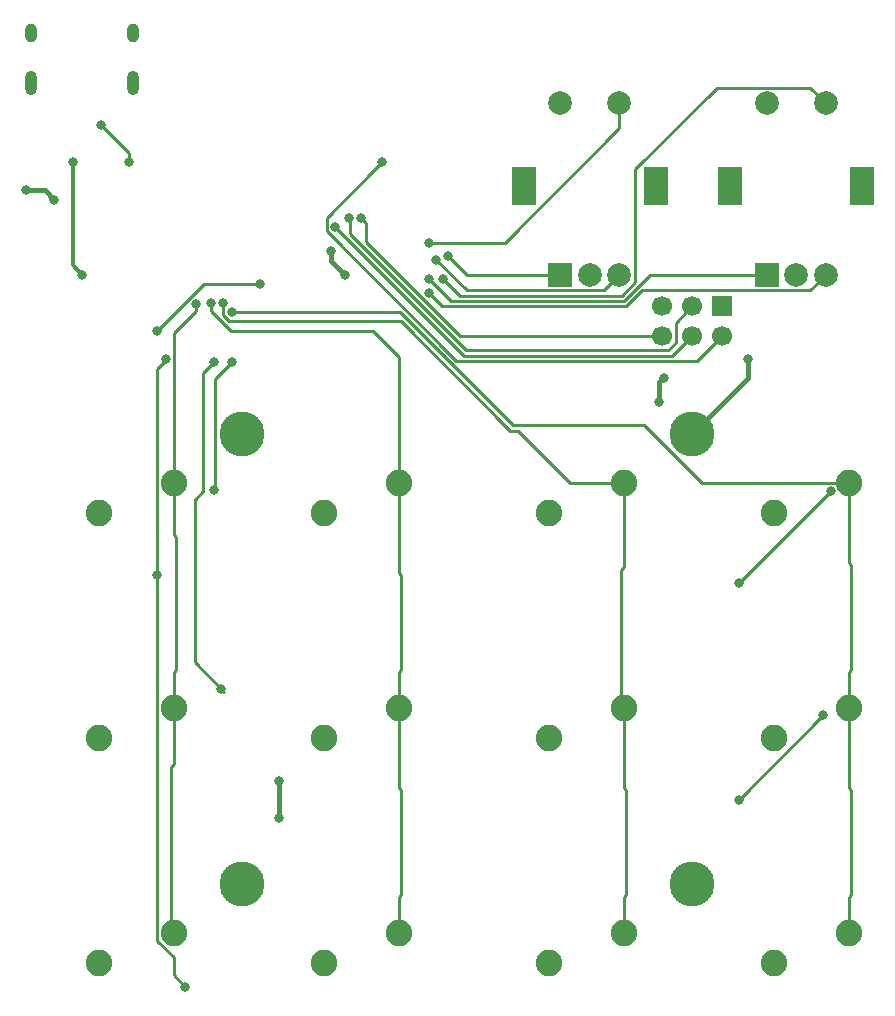
<source format=gbr>
%TF.GenerationSoftware,KiCad,Pcbnew,(5.1.4)-1*%
%TF.CreationDate,2024-03-23T01:04:33-07:00*%
%TF.ProjectId,macropad,6d616372-6f70-4616-942e-6b696361645f,rev?*%
%TF.SameCoordinates,Original*%
%TF.FileFunction,Copper,L1,Top*%
%TF.FilePolarity,Positive*%
%FSLAX46Y46*%
G04 Gerber Fmt 4.6, Leading zero omitted, Abs format (unit mm)*
G04 Created by KiCad (PCBNEW (5.1.4)-1) date 2024-03-23 01:04:33*
%MOMM*%
%LPD*%
G04 APERTURE LIST*
%TA.AperFunction,ComponentPad*%
%ADD10C,2.250000*%
%TD*%
%TA.AperFunction,ComponentPad*%
%ADD11C,3.800000*%
%TD*%
%TA.AperFunction,ComponentPad*%
%ADD12O,1.000000X2.100000*%
%TD*%
%TA.AperFunction,ComponentPad*%
%ADD13O,1.000000X1.600000*%
%TD*%
%TA.AperFunction,ComponentPad*%
%ADD14R,2.000000X2.000000*%
%TD*%
%TA.AperFunction,ComponentPad*%
%ADD15C,2.000000*%
%TD*%
%TA.AperFunction,ComponentPad*%
%ADD16R,2.000000X3.200000*%
%TD*%
%TA.AperFunction,ComponentPad*%
%ADD17R,1.700000X1.700000*%
%TD*%
%TA.AperFunction,ComponentPad*%
%ADD18C,1.700000*%
%TD*%
%TA.AperFunction,ViaPad*%
%ADD19C,0.800000*%
%TD*%
%TA.AperFunction,Conductor*%
%ADD20C,0.350000*%
%TD*%
%TA.AperFunction,Conductor*%
%ADD21C,0.385000*%
%TD*%
%TA.AperFunction,Conductor*%
%ADD22C,0.250000*%
%TD*%
G04 APERTURE END LIST*
D10*
%TO.P,MX4,2*%
%TO.N,Net-(D17-Pad2)*%
X124460000Y-97155000D03*
%TO.P,MX4,1*%
%TO.N,Col4*%
X130810000Y-94615000D03*
%TD*%
%TO.P,MX2,2*%
%TO.N,Net-(D15-Pad2)*%
X86360000Y-97155000D03*
%TO.P,MX2,1*%
%TO.N,Col2*%
X92710000Y-94615000D03*
%TD*%
D11*
%TO.P,H4,1*%
%TO.N,GND*%
X79375000Y-128587500D03*
%TD*%
%TO.P,H3,1*%
%TO.N,GND*%
X117475000Y-128587500D03*
%TD*%
%TO.P,H2,1*%
%TO.N,GND*%
X79375000Y-90487500D03*
%TD*%
%TO.P,H1,1*%
%TO.N,GND*%
X117475000Y-90487500D03*
%TD*%
D12*
%TO.P,USB1,13*%
%TO.N,GND*%
X61561250Y-60755000D03*
X70201250Y-60755000D03*
D13*
X61561250Y-56575000D03*
X70201250Y-56575000D03*
%TD*%
D14*
%TO.P,SW3,A*%
%TO.N,Net-(SW3-PadA)*%
X106362500Y-76993750D03*
D15*
%TO.P,SW3,C*%
%TO.N,GND*%
X108862500Y-76993750D03*
%TO.P,SW3,B*%
%TO.N,Net-(SW3-PadB)*%
X111362500Y-76993750D03*
D16*
%TO.P,SW3,MP*%
%TO.N,N/C*%
X103262500Y-69493750D03*
X114462500Y-69493750D03*
D15*
%TO.P,SW3,S2*%
%TO.N,GND*%
X106362500Y-62493750D03*
%TO.P,SW3,S1*%
%TO.N,Net-(SW3-PadS1)*%
X111362500Y-62493750D03*
%TD*%
D14*
%TO.P,SW2,A*%
%TO.N,Net-(SW2-PadA)*%
X123825000Y-76993750D03*
D15*
%TO.P,SW2,C*%
%TO.N,GND*%
X126325000Y-76993750D03*
%TO.P,SW2,B*%
%TO.N,Net-(SW2-PadB)*%
X128825000Y-76993750D03*
D16*
%TO.P,SW2,MP*%
%TO.N,N/C*%
X120725000Y-69493750D03*
X131925000Y-69493750D03*
D15*
%TO.P,SW2,S2*%
%TO.N,GND*%
X123825000Y-62493750D03*
%TO.P,SW2,S1*%
%TO.N,Net-(SW2-PadS1)*%
X128825000Y-62493750D03*
%TD*%
D10*
%TO.P,MX12,2*%
%TO.N,Net-(D25-Pad2)*%
X124460000Y-135255000D03*
%TO.P,MX12,1*%
%TO.N,Col4*%
X130810000Y-132715000D03*
%TD*%
%TO.P,MX11,2*%
%TO.N,Net-(D24-Pad2)*%
X105410000Y-135255000D03*
%TO.P,MX11,1*%
%TO.N,Col3*%
X111760000Y-132715000D03*
%TD*%
%TO.P,MX10,2*%
%TO.N,Net-(D23-Pad2)*%
X86360000Y-135255000D03*
%TO.P,MX10,1*%
%TO.N,Col2*%
X92710000Y-132715000D03*
%TD*%
%TO.P,MX9,2*%
%TO.N,Net-(D22-Pad2)*%
X67310000Y-135255000D03*
%TO.P,MX9,1*%
%TO.N,Col1*%
X73660000Y-132715000D03*
%TD*%
%TO.P,MX8,2*%
%TO.N,Net-(D21-Pad2)*%
X124460000Y-116205000D03*
%TO.P,MX8,1*%
%TO.N,Col4*%
X130810000Y-113665000D03*
%TD*%
%TO.P,MX7,2*%
%TO.N,Net-(D20-Pad2)*%
X105410000Y-116205000D03*
%TO.P,MX7,1*%
%TO.N,Col3*%
X111760000Y-113665000D03*
%TD*%
%TO.P,MX6,2*%
%TO.N,Net-(D19-Pad2)*%
X86360000Y-116205000D03*
%TO.P,MX6,1*%
%TO.N,Col2*%
X92710000Y-113665000D03*
%TD*%
%TO.P,MX5,2*%
%TO.N,Net-(D18-Pad2)*%
X67310000Y-116205000D03*
%TO.P,MX5,1*%
%TO.N,Col1*%
X73660000Y-113665000D03*
%TD*%
%TO.P,MX3,2*%
%TO.N,Net-(D16-Pad2)*%
X105410000Y-97155000D03*
%TO.P,MX3,1*%
%TO.N,Col3*%
X111760000Y-94615000D03*
%TD*%
%TO.P,MX1,2*%
%TO.N,Net-(D14-Pad2)*%
X67310000Y-97155000D03*
%TO.P,MX1,1*%
%TO.N,Col1*%
X73660000Y-94615000D03*
%TD*%
D17*
%TO.P,J1,6*%
%TO.N,GND*%
X120015000Y-79692500D03*
D18*
%TO.P,J1,5*%
%TO.N,RESET*%
X120015000Y-82232500D03*
%TO.P,J1,4*%
%TO.N,MOSI*%
X117475000Y-79692500D03*
%TO.P,J1,3*%
%TO.N,SCK*%
X117475000Y-82232500D03*
%TO.P,J1,2*%
%TO.N,+5V*%
X114935000Y-79692500D03*
%TO.P,J1,1*%
%TO.N,MISO*%
X114935000Y-82232500D03*
%TD*%
D19*
%TO.N,VCC*%
X65881250Y-76993750D03*
X65087500Y-67468750D03*
%TO.N,GND*%
X122237500Y-84137500D03*
X82570285Y-123010965D03*
X82550000Y-119856250D03*
X86929999Y-75023749D03*
X88106250Y-76993750D03*
X61118750Y-69850000D03*
X63500000Y-70643750D03*
%TO.N,+5V*%
X114732501Y-87745001D03*
X115093750Y-85725000D03*
%TO.N,Net-(R2-Pad2)*%
X67468750Y-64293750D03*
X69850000Y-67468750D03*
%TO.N,Net-(D5-Pad2)*%
X129239369Y-95339000D03*
X121512499Y-103118751D03*
%TO.N,Net-(D10-Pad4)*%
X128587500Y-114300000D03*
X121443750Y-121443750D03*
%TO.N,Row3*%
X78581250Y-84437510D03*
X76993750Y-95250000D03*
%TO.N,Row2*%
X76993750Y-84437510D03*
X77643626Y-112062624D03*
%TO.N,Row1*%
X72231250Y-102393750D03*
X72936000Y-84116703D03*
X74612500Y-137318750D03*
%TO.N,RESET*%
X91281250Y-67468750D03*
%TO.N,MOSI*%
X88450000Y-72231250D03*
%TO.N,SCK*%
X87312500Y-72989572D03*
%TO.N,MISO*%
X89450003Y-72231250D03*
%TO.N,Col1*%
X75522028Y-79490778D03*
%TO.N,Col2*%
X76787497Y-79375000D03*
%TO.N,Col3*%
X77787500Y-79375000D03*
%TO.N,Col4*%
X78581250Y-80168750D03*
%TO.N,LED*%
X80962500Y-77787500D03*
X72231250Y-81756250D03*
%TO.N,Net-(SW2-PadA)*%
X95250000Y-77356250D03*
%TO.N,Net-(SW2-PadB)*%
X95250000Y-78581250D03*
%TO.N,Net-(SW2-PadS1)*%
X96456095Y-77375155D03*
%TO.N,Net-(SW3-PadA)*%
X96837500Y-75406250D03*
%TO.N,Net-(SW3-PadB)*%
X95837497Y-75731251D03*
%TO.N,Net-(SW3-PadS1)*%
X95250000Y-74281251D03*
%TD*%
D20*
%TO.N,VCC*%
X65881250Y-76993750D02*
X65087500Y-76200000D01*
X65087500Y-76200000D02*
X65087500Y-67468750D01*
D21*
%TO.N,GND*%
X122237500Y-85725000D02*
X117475000Y-90487500D01*
X122237500Y-84137500D02*
X122237500Y-85725000D01*
X82570285Y-123010965D02*
X82570285Y-119876535D01*
X82570285Y-119876535D02*
X82550000Y-119856250D01*
X86929999Y-75023749D02*
X86929999Y-75817499D01*
X86929999Y-75817499D02*
X88106250Y-76993750D01*
X61118750Y-69850000D02*
X62706250Y-69850000D01*
X62706250Y-69850000D02*
X63500000Y-70643750D01*
%TO.N,+5V*%
X114732501Y-87745001D02*
X114732501Y-86086249D01*
X114732501Y-86086249D02*
X115093750Y-85725000D01*
D22*
%TO.N,Net-(R2-Pad2)*%
X67468750Y-64293750D02*
X69850000Y-66675000D01*
X69850000Y-66675000D02*
X69850000Y-67468750D01*
%TO.N,Net-(D5-Pad2)*%
X129239369Y-95339000D02*
X121512499Y-103065870D01*
X121512499Y-103065870D02*
X121512499Y-103118751D01*
%TO.N,Net-(D10-Pad4)*%
X128587500Y-114300000D02*
X121443750Y-121443750D01*
%TO.N,Row3*%
X77149999Y-85868761D02*
X77149999Y-95296247D01*
X78581250Y-84437510D02*
X77149999Y-85868761D01*
%TO.N,Net-(D15-Pad2)*%
X86740000Y-96775000D02*
X86360000Y-97155000D01*
%TO.N,Net-(D16-Pad2)*%
X105790000Y-96775000D02*
X105410000Y-97155000D01*
%TO.N,Net-(D17-Pad2)*%
X124840000Y-96775000D02*
X124460000Y-97155000D01*
%TO.N,Row2*%
X76130001Y-95319999D02*
X75406250Y-96043750D01*
X76993750Y-84437510D02*
X76130001Y-85301259D01*
X76130001Y-85301259D02*
X76130001Y-95319999D01*
X75406250Y-98425000D02*
X75406250Y-109825248D01*
X75406250Y-96043750D02*
X75406250Y-98425000D01*
X77643626Y-112062624D02*
X77918751Y-112337749D01*
X75406250Y-109825248D02*
X77643626Y-112062624D01*
%TO.N,Net-(D19-Pad2)*%
X86740000Y-115825000D02*
X86360000Y-116205000D01*
%TO.N,Net-(D20-Pad2)*%
X105790000Y-115825000D02*
X105410000Y-116205000D01*
%TO.N,Net-(D21-Pad2)*%
X124840000Y-115825000D02*
X124460000Y-116205000D01*
%TO.N,Row1*%
X72209999Y-115458749D02*
X72231250Y-115480000D01*
X72209999Y-102980686D02*
X72209999Y-115458749D01*
X72231250Y-102393750D02*
X72231250Y-102959435D01*
X72231250Y-102959435D02*
X72209999Y-102980686D01*
X72210999Y-101807814D02*
X72210999Y-84951501D01*
X72231250Y-102393750D02*
X72231250Y-101828065D01*
X72231250Y-101828065D02*
X72210999Y-101807814D01*
X72210999Y-84951501D02*
X73025000Y-84137500D01*
X73606468Y-134805990D02*
X72209999Y-133409521D01*
X72209999Y-133409521D02*
X72209999Y-115458749D01*
X73606468Y-134805990D02*
X73606468Y-136312718D01*
X73606468Y-136312718D02*
X74612500Y-137318750D01*
%TO.N,Net-(D23-Pad2)*%
X86740000Y-134875000D02*
X86360000Y-135255000D01*
%TO.N,Net-(D25-Pad2)*%
X124777500Y-134937500D02*
X124460000Y-135255000D01*
%TO.N,RESET*%
X86587499Y-72162501D02*
X90487500Y-68262500D01*
X86587499Y-73337573D02*
X86587499Y-72162501D01*
X97557445Y-84307519D02*
X86587499Y-73337573D01*
X120015000Y-82232500D02*
X117939981Y-84307519D01*
X117939981Y-84307519D02*
X97557445Y-84307519D01*
X90487500Y-68262500D02*
X91281250Y-67468750D01*
%TO.N,MOSI*%
X116110001Y-81057499D02*
X116110001Y-82796501D01*
X117475000Y-79692500D02*
X116110001Y-81057499D01*
X116110001Y-82796501D02*
X115499001Y-83407501D01*
X115499001Y-83407501D02*
X98366839Y-83407501D01*
X98366839Y-83407501D02*
X88512299Y-73552961D01*
X88512299Y-73552961D02*
X88512299Y-72293549D01*
X88512299Y-72293549D02*
X88450000Y-72231250D01*
%TO.N,SCK*%
X98180438Y-83857510D02*
X87312500Y-72989572D01*
X117475000Y-82232500D02*
X115849990Y-83857510D01*
X115849990Y-83857510D02*
X98180438Y-83857510D01*
%TO.N,MISO*%
X114935000Y-82232500D02*
X97828248Y-82232500D01*
X97828248Y-82232500D02*
X89861770Y-74266022D01*
X89861770Y-74266022D02*
X89861770Y-72643017D01*
X89861770Y-72643017D02*
X89450003Y-72231250D01*
%TO.N,Col1*%
X73418751Y-132473751D02*
X73660000Y-132715000D01*
X73418751Y-118668749D02*
X73418751Y-132473751D01*
X73660000Y-93024010D02*
X73660000Y-94615000D01*
X73660000Y-81918491D02*
X73660000Y-93024010D01*
X75522028Y-80056463D02*
X73660000Y-81918491D01*
X75522028Y-79490778D02*
X75522028Y-80056463D01*
X73660000Y-99060000D02*
X73660000Y-94615000D01*
X73818750Y-99218750D02*
X73660000Y-99060000D01*
X73818750Y-110460248D02*
X73818750Y-99218750D01*
X73660000Y-113665000D02*
X73660000Y-110618998D01*
X73660000Y-110618998D02*
X73818750Y-110460248D01*
X73660000Y-118427500D02*
X73660000Y-113665000D01*
X73418751Y-118668749D02*
X73660000Y-118427500D01*
%TO.N,Col2*%
X76787497Y-80084409D02*
X78459338Y-81756250D01*
X76787497Y-79375000D02*
X76787497Y-80084409D01*
X78459338Y-81756250D02*
X90487500Y-81756250D01*
X92710000Y-83978750D02*
X92710000Y-94615000D01*
X90487500Y-81756250D02*
X92710000Y-83978750D01*
X92710000Y-102235000D02*
X92710000Y-94615000D01*
X92868750Y-102393750D02*
X92710000Y-102235000D01*
X92868750Y-110460248D02*
X92868750Y-102393750D01*
X92710000Y-113665000D02*
X92710000Y-110618998D01*
X92710000Y-110618998D02*
X92868750Y-110460248D01*
X92710000Y-120491250D02*
X92710000Y-113665000D01*
X92868750Y-120650000D02*
X92710000Y-120491250D01*
X92868750Y-129510248D02*
X92868750Y-120650000D01*
X92710000Y-132715000D02*
X92710000Y-129668998D01*
X92710000Y-129668998D02*
X92868750Y-129510248D01*
%TO.N,Col3*%
X111518751Y-113423751D02*
X111760000Y-113665000D01*
X111518751Y-101999999D02*
X111518751Y-113423751D01*
X77787500Y-80448002D02*
X78301998Y-80962500D01*
X77787500Y-79375000D02*
X77787500Y-80448002D01*
X78301998Y-80962500D02*
X92868750Y-80962500D01*
X110169010Y-94615000D02*
X111760000Y-94615000D01*
X107186002Y-94615000D02*
X110169010Y-94615000D01*
X102777111Y-90206109D02*
X107186002Y-94615000D01*
X102112359Y-90206109D02*
X102777111Y-90206109D01*
X92868750Y-80962500D02*
X102112359Y-90206109D01*
X111760000Y-101758750D02*
X111518751Y-101999999D01*
X111760000Y-94615000D02*
X111760000Y-101758750D01*
X111760000Y-120491250D02*
X111760000Y-113665000D01*
X111918750Y-120650000D02*
X111760000Y-120491250D01*
X111918750Y-129510248D02*
X111918750Y-120650000D01*
X111760000Y-132715000D02*
X111760000Y-129668998D01*
X111760000Y-129668998D02*
X111918750Y-129510248D01*
%TO.N,Col4*%
X129219010Y-94615000D02*
X130810000Y-94615000D01*
X118309498Y-94615000D02*
X129219010Y-94615000D01*
X113450597Y-89756099D02*
X118309498Y-94615000D01*
X102369615Y-89756099D02*
X113450597Y-89756099D01*
X92782266Y-80168750D02*
X102369615Y-89756099D01*
X78581250Y-80168750D02*
X92782266Y-80168750D01*
X130810000Y-101441250D02*
X130810000Y-94615000D01*
X130968750Y-101600000D02*
X130810000Y-101441250D01*
X130968750Y-110460248D02*
X130968750Y-101600000D01*
X130810000Y-113665000D02*
X130810000Y-110618998D01*
X130810000Y-110618998D02*
X130968750Y-110460248D01*
X130810000Y-120491250D02*
X130810000Y-113665000D01*
X130968750Y-120650000D02*
X130810000Y-120491250D01*
X130968750Y-129510248D02*
X130968750Y-120650000D01*
X130810000Y-132715000D02*
X130810000Y-129668998D01*
X130810000Y-129668998D02*
X130968750Y-129510248D01*
%TO.N,LED*%
X80962500Y-77787500D02*
X76200000Y-77787500D01*
X76200000Y-77787500D02*
X72231250Y-81756250D01*
%TO.N,Net-(SW2-PadA)*%
X97112521Y-79218771D02*
X95250000Y-77356250D01*
X111734891Y-79218771D02*
X97112521Y-79218771D01*
X123825000Y-76993750D02*
X113959912Y-76993750D01*
X113959912Y-76993750D02*
X111734891Y-79218771D01*
%TO.N,Net-(SW2-PadB)*%
X96337531Y-79668781D02*
X95250000Y-78581250D01*
X111921291Y-79668781D02*
X96337531Y-79668781D01*
X113271321Y-78318751D02*
X111921291Y-79668781D01*
X128825000Y-76993750D02*
X127499999Y-78318751D01*
X127499999Y-78318751D02*
X113271321Y-78318751D01*
%TO.N,Net-(SW2-PadS1)*%
X97849701Y-78768761D02*
X96456095Y-77375155D01*
X127499999Y-61168749D02*
X119602499Y-61168749D01*
X128825000Y-62493750D02*
X127499999Y-61168749D01*
X119602499Y-61168749D02*
X112687501Y-68083747D01*
X112687501Y-68083747D02*
X112687501Y-77629751D01*
X112687501Y-77629751D02*
X111548491Y-78768761D01*
X111548491Y-78768761D02*
X97849701Y-78768761D01*
%TO.N,Net-(SW3-PadA)*%
X106362500Y-76993750D02*
X98425000Y-76993750D01*
X98425000Y-76993750D02*
X96837500Y-75406250D01*
%TO.N,Net-(SW3-PadB)*%
X98424997Y-78318751D02*
X95837497Y-75731251D01*
X111362500Y-76993750D02*
X110037499Y-78318751D01*
X110037499Y-78318751D02*
X98424997Y-78318751D01*
%TO.N,Net-(SW3-PadS1)*%
X111362500Y-63907963D02*
X111362500Y-62493750D01*
X111362500Y-64578752D02*
X111362500Y-63907963D01*
X101660001Y-74281251D02*
X111362500Y-64578752D01*
X95250000Y-74281251D02*
X101660001Y-74281251D01*
%TD*%
M02*

</source>
